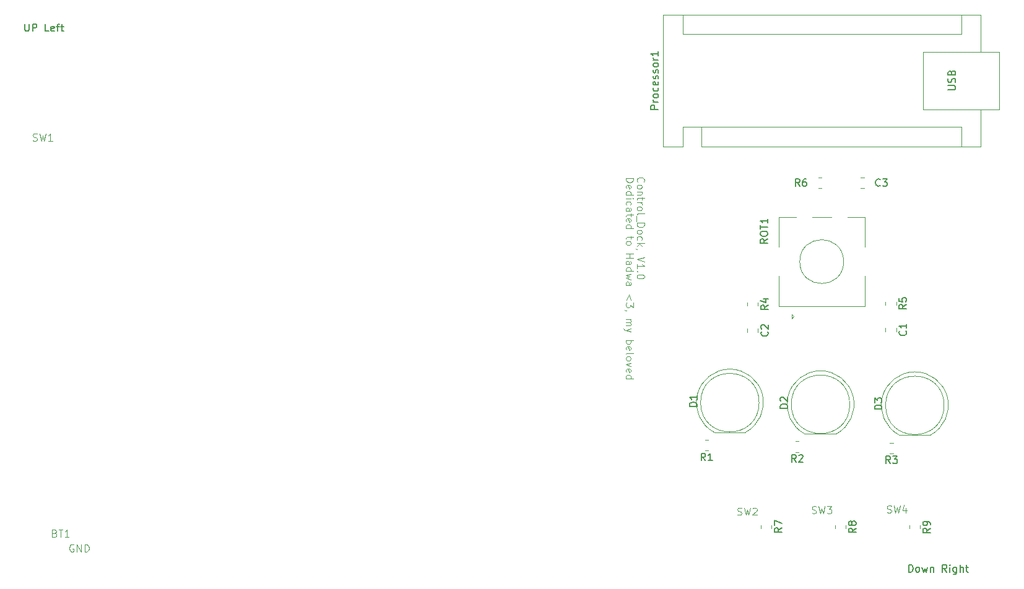
<source format=gbr>
%TF.GenerationSoftware,KiCad,Pcbnew,9.0.0*%
%TF.CreationDate,2025-10-26T20:42:14-07:00*%
%TF.ProjectId,Control_Dock,436f6e74-726f-46c5-9f44-6f636b2e6b69,1.0*%
%TF.SameCoordinates,Original*%
%TF.FileFunction,Legend,Top*%
%TF.FilePolarity,Positive*%
%FSLAX46Y46*%
G04 Gerber Fmt 4.6, Leading zero omitted, Abs format (unit mm)*
G04 Created by KiCad (PCBNEW 9.0.0) date 2025-10-26 20:42:14*
%MOMM*%
%LPD*%
G01*
G04 APERTURE LIST*
%ADD10C,0.100000*%
%ADD11C,0.150000*%
%ADD12C,0.120000*%
G04 APERTURE END LIST*
D10*
X130677580Y-76853884D02*
X131677580Y-76853884D01*
X131677580Y-76853884D02*
X131677580Y-77091979D01*
X131677580Y-77091979D02*
X131629961Y-77234836D01*
X131629961Y-77234836D02*
X131534723Y-77330074D01*
X131534723Y-77330074D02*
X131439485Y-77377693D01*
X131439485Y-77377693D02*
X131249009Y-77425312D01*
X131249009Y-77425312D02*
X131106152Y-77425312D01*
X131106152Y-77425312D02*
X130915676Y-77377693D01*
X130915676Y-77377693D02*
X130820438Y-77330074D01*
X130820438Y-77330074D02*
X130725200Y-77234836D01*
X130725200Y-77234836D02*
X130677580Y-77091979D01*
X130677580Y-77091979D02*
X130677580Y-76853884D01*
X130725200Y-78234836D02*
X130677580Y-78139598D01*
X130677580Y-78139598D02*
X130677580Y-77949122D01*
X130677580Y-77949122D02*
X130725200Y-77853884D01*
X130725200Y-77853884D02*
X130820438Y-77806265D01*
X130820438Y-77806265D02*
X131201390Y-77806265D01*
X131201390Y-77806265D02*
X131296628Y-77853884D01*
X131296628Y-77853884D02*
X131344247Y-77949122D01*
X131344247Y-77949122D02*
X131344247Y-78139598D01*
X131344247Y-78139598D02*
X131296628Y-78234836D01*
X131296628Y-78234836D02*
X131201390Y-78282455D01*
X131201390Y-78282455D02*
X131106152Y-78282455D01*
X131106152Y-78282455D02*
X131010914Y-77806265D01*
X130677580Y-79139598D02*
X131677580Y-79139598D01*
X130725200Y-79139598D02*
X130677580Y-79044360D01*
X130677580Y-79044360D02*
X130677580Y-78853884D01*
X130677580Y-78853884D02*
X130725200Y-78758646D01*
X130725200Y-78758646D02*
X130772819Y-78711027D01*
X130772819Y-78711027D02*
X130868057Y-78663408D01*
X130868057Y-78663408D02*
X131153771Y-78663408D01*
X131153771Y-78663408D02*
X131249009Y-78711027D01*
X131249009Y-78711027D02*
X131296628Y-78758646D01*
X131296628Y-78758646D02*
X131344247Y-78853884D01*
X131344247Y-78853884D02*
X131344247Y-79044360D01*
X131344247Y-79044360D02*
X131296628Y-79139598D01*
X130677580Y-79615789D02*
X131344247Y-79615789D01*
X131677580Y-79615789D02*
X131629961Y-79568170D01*
X131629961Y-79568170D02*
X131582342Y-79615789D01*
X131582342Y-79615789D02*
X131629961Y-79663408D01*
X131629961Y-79663408D02*
X131677580Y-79615789D01*
X131677580Y-79615789D02*
X131582342Y-79615789D01*
X130725200Y-80520550D02*
X130677580Y-80425312D01*
X130677580Y-80425312D02*
X130677580Y-80234836D01*
X130677580Y-80234836D02*
X130725200Y-80139598D01*
X130725200Y-80139598D02*
X130772819Y-80091979D01*
X130772819Y-80091979D02*
X130868057Y-80044360D01*
X130868057Y-80044360D02*
X131153771Y-80044360D01*
X131153771Y-80044360D02*
X131249009Y-80091979D01*
X131249009Y-80091979D02*
X131296628Y-80139598D01*
X131296628Y-80139598D02*
X131344247Y-80234836D01*
X131344247Y-80234836D02*
X131344247Y-80425312D01*
X131344247Y-80425312D02*
X131296628Y-80520550D01*
X130677580Y-81377693D02*
X131201390Y-81377693D01*
X131201390Y-81377693D02*
X131296628Y-81330074D01*
X131296628Y-81330074D02*
X131344247Y-81234836D01*
X131344247Y-81234836D02*
X131344247Y-81044360D01*
X131344247Y-81044360D02*
X131296628Y-80949122D01*
X130725200Y-81377693D02*
X130677580Y-81282455D01*
X130677580Y-81282455D02*
X130677580Y-81044360D01*
X130677580Y-81044360D02*
X130725200Y-80949122D01*
X130725200Y-80949122D02*
X130820438Y-80901503D01*
X130820438Y-80901503D02*
X130915676Y-80901503D01*
X130915676Y-80901503D02*
X131010914Y-80949122D01*
X131010914Y-80949122D02*
X131058533Y-81044360D01*
X131058533Y-81044360D02*
X131058533Y-81282455D01*
X131058533Y-81282455D02*
X131106152Y-81377693D01*
X131344247Y-81711027D02*
X131344247Y-82091979D01*
X131677580Y-81853884D02*
X130820438Y-81853884D01*
X130820438Y-81853884D02*
X130725200Y-81901503D01*
X130725200Y-81901503D02*
X130677580Y-81996741D01*
X130677580Y-81996741D02*
X130677580Y-82091979D01*
X130725200Y-82806265D02*
X130677580Y-82711027D01*
X130677580Y-82711027D02*
X130677580Y-82520551D01*
X130677580Y-82520551D02*
X130725200Y-82425313D01*
X130725200Y-82425313D02*
X130820438Y-82377694D01*
X130820438Y-82377694D02*
X131201390Y-82377694D01*
X131201390Y-82377694D02*
X131296628Y-82425313D01*
X131296628Y-82425313D02*
X131344247Y-82520551D01*
X131344247Y-82520551D02*
X131344247Y-82711027D01*
X131344247Y-82711027D02*
X131296628Y-82806265D01*
X131296628Y-82806265D02*
X131201390Y-82853884D01*
X131201390Y-82853884D02*
X131106152Y-82853884D01*
X131106152Y-82853884D02*
X131010914Y-82377694D01*
X130677580Y-83711027D02*
X131677580Y-83711027D01*
X130725200Y-83711027D02*
X130677580Y-83615789D01*
X130677580Y-83615789D02*
X130677580Y-83425313D01*
X130677580Y-83425313D02*
X130725200Y-83330075D01*
X130725200Y-83330075D02*
X130772819Y-83282456D01*
X130772819Y-83282456D02*
X130868057Y-83234837D01*
X130868057Y-83234837D02*
X131153771Y-83234837D01*
X131153771Y-83234837D02*
X131249009Y-83282456D01*
X131249009Y-83282456D02*
X131296628Y-83330075D01*
X131296628Y-83330075D02*
X131344247Y-83425313D01*
X131344247Y-83425313D02*
X131344247Y-83615789D01*
X131344247Y-83615789D02*
X131296628Y-83711027D01*
X131344247Y-84806266D02*
X131344247Y-85187218D01*
X131677580Y-84949123D02*
X130820438Y-84949123D01*
X130820438Y-84949123D02*
X130725200Y-84996742D01*
X130725200Y-84996742D02*
X130677580Y-85091980D01*
X130677580Y-85091980D02*
X130677580Y-85187218D01*
X130677580Y-85663409D02*
X130725200Y-85568171D01*
X130725200Y-85568171D02*
X130772819Y-85520552D01*
X130772819Y-85520552D02*
X130868057Y-85472933D01*
X130868057Y-85472933D02*
X131153771Y-85472933D01*
X131153771Y-85472933D02*
X131249009Y-85520552D01*
X131249009Y-85520552D02*
X131296628Y-85568171D01*
X131296628Y-85568171D02*
X131344247Y-85663409D01*
X131344247Y-85663409D02*
X131344247Y-85806266D01*
X131344247Y-85806266D02*
X131296628Y-85901504D01*
X131296628Y-85901504D02*
X131249009Y-85949123D01*
X131249009Y-85949123D02*
X131153771Y-85996742D01*
X131153771Y-85996742D02*
X130868057Y-85996742D01*
X130868057Y-85996742D02*
X130772819Y-85949123D01*
X130772819Y-85949123D02*
X130725200Y-85901504D01*
X130725200Y-85901504D02*
X130677580Y-85806266D01*
X130677580Y-85806266D02*
X130677580Y-85663409D01*
X130677580Y-87187219D02*
X131677580Y-87187219D01*
X131201390Y-87187219D02*
X131201390Y-87758647D01*
X130677580Y-87758647D02*
X131677580Y-87758647D01*
X130677580Y-88663409D02*
X131201390Y-88663409D01*
X131201390Y-88663409D02*
X131296628Y-88615790D01*
X131296628Y-88615790D02*
X131344247Y-88520552D01*
X131344247Y-88520552D02*
X131344247Y-88330076D01*
X131344247Y-88330076D02*
X131296628Y-88234838D01*
X130725200Y-88663409D02*
X130677580Y-88568171D01*
X130677580Y-88568171D02*
X130677580Y-88330076D01*
X130677580Y-88330076D02*
X130725200Y-88234838D01*
X130725200Y-88234838D02*
X130820438Y-88187219D01*
X130820438Y-88187219D02*
X130915676Y-88187219D01*
X130915676Y-88187219D02*
X131010914Y-88234838D01*
X131010914Y-88234838D02*
X131058533Y-88330076D01*
X131058533Y-88330076D02*
X131058533Y-88568171D01*
X131058533Y-88568171D02*
X131106152Y-88663409D01*
X130677580Y-89568171D02*
X131677580Y-89568171D01*
X130725200Y-89568171D02*
X130677580Y-89472933D01*
X130677580Y-89472933D02*
X130677580Y-89282457D01*
X130677580Y-89282457D02*
X130725200Y-89187219D01*
X130725200Y-89187219D02*
X130772819Y-89139600D01*
X130772819Y-89139600D02*
X130868057Y-89091981D01*
X130868057Y-89091981D02*
X131153771Y-89091981D01*
X131153771Y-89091981D02*
X131249009Y-89139600D01*
X131249009Y-89139600D02*
X131296628Y-89187219D01*
X131296628Y-89187219D02*
X131344247Y-89282457D01*
X131344247Y-89282457D02*
X131344247Y-89472933D01*
X131344247Y-89472933D02*
X131296628Y-89568171D01*
X131344247Y-89949124D02*
X130677580Y-90139600D01*
X130677580Y-90139600D02*
X131153771Y-90330076D01*
X131153771Y-90330076D02*
X130677580Y-90520552D01*
X130677580Y-90520552D02*
X131344247Y-90711028D01*
X130677580Y-91520552D02*
X131201390Y-91520552D01*
X131201390Y-91520552D02*
X131296628Y-91472933D01*
X131296628Y-91472933D02*
X131344247Y-91377695D01*
X131344247Y-91377695D02*
X131344247Y-91187219D01*
X131344247Y-91187219D02*
X131296628Y-91091981D01*
X130725200Y-91520552D02*
X130677580Y-91425314D01*
X130677580Y-91425314D02*
X130677580Y-91187219D01*
X130677580Y-91187219D02*
X130725200Y-91091981D01*
X130725200Y-91091981D02*
X130820438Y-91044362D01*
X130820438Y-91044362D02*
X130915676Y-91044362D01*
X130915676Y-91044362D02*
X131010914Y-91091981D01*
X131010914Y-91091981D02*
X131058533Y-91187219D01*
X131058533Y-91187219D02*
X131058533Y-91425314D01*
X131058533Y-91425314D02*
X131106152Y-91520552D01*
X131344247Y-93520553D02*
X131058533Y-92758648D01*
X131058533Y-92758648D02*
X130772819Y-93520553D01*
X131677580Y-93901505D02*
X131677580Y-94520552D01*
X131677580Y-94520552D02*
X131296628Y-94187219D01*
X131296628Y-94187219D02*
X131296628Y-94330076D01*
X131296628Y-94330076D02*
X131249009Y-94425314D01*
X131249009Y-94425314D02*
X131201390Y-94472933D01*
X131201390Y-94472933D02*
X131106152Y-94520552D01*
X131106152Y-94520552D02*
X130868057Y-94520552D01*
X130868057Y-94520552D02*
X130772819Y-94472933D01*
X130772819Y-94472933D02*
X130725200Y-94425314D01*
X130725200Y-94425314D02*
X130677580Y-94330076D01*
X130677580Y-94330076D02*
X130677580Y-94044362D01*
X130677580Y-94044362D02*
X130725200Y-93949124D01*
X130725200Y-93949124D02*
X130772819Y-93901505D01*
X130725200Y-94996743D02*
X130677580Y-94996743D01*
X130677580Y-94996743D02*
X130582342Y-94949124D01*
X130582342Y-94949124D02*
X130534723Y-94901505D01*
X130677580Y-96187219D02*
X131344247Y-96187219D01*
X131249009Y-96187219D02*
X131296628Y-96234838D01*
X131296628Y-96234838D02*
X131344247Y-96330076D01*
X131344247Y-96330076D02*
X131344247Y-96472933D01*
X131344247Y-96472933D02*
X131296628Y-96568171D01*
X131296628Y-96568171D02*
X131201390Y-96615790D01*
X131201390Y-96615790D02*
X130677580Y-96615790D01*
X131201390Y-96615790D02*
X131296628Y-96663409D01*
X131296628Y-96663409D02*
X131344247Y-96758647D01*
X131344247Y-96758647D02*
X131344247Y-96901504D01*
X131344247Y-96901504D02*
X131296628Y-96996743D01*
X131296628Y-96996743D02*
X131201390Y-97044362D01*
X131201390Y-97044362D02*
X130677580Y-97044362D01*
X131344247Y-97425314D02*
X130677580Y-97663409D01*
X131344247Y-97901504D02*
X130677580Y-97663409D01*
X130677580Y-97663409D02*
X130439485Y-97568171D01*
X130439485Y-97568171D02*
X130391866Y-97520552D01*
X130391866Y-97520552D02*
X130344247Y-97425314D01*
X130677580Y-99044362D02*
X131677580Y-99044362D01*
X131296628Y-99044362D02*
X131344247Y-99139600D01*
X131344247Y-99139600D02*
X131344247Y-99330076D01*
X131344247Y-99330076D02*
X131296628Y-99425314D01*
X131296628Y-99425314D02*
X131249009Y-99472933D01*
X131249009Y-99472933D02*
X131153771Y-99520552D01*
X131153771Y-99520552D02*
X130868057Y-99520552D01*
X130868057Y-99520552D02*
X130772819Y-99472933D01*
X130772819Y-99472933D02*
X130725200Y-99425314D01*
X130725200Y-99425314D02*
X130677580Y-99330076D01*
X130677580Y-99330076D02*
X130677580Y-99139600D01*
X130677580Y-99139600D02*
X130725200Y-99044362D01*
X130725200Y-100330076D02*
X130677580Y-100234838D01*
X130677580Y-100234838D02*
X130677580Y-100044362D01*
X130677580Y-100044362D02*
X130725200Y-99949124D01*
X130725200Y-99949124D02*
X130820438Y-99901505D01*
X130820438Y-99901505D02*
X131201390Y-99901505D01*
X131201390Y-99901505D02*
X131296628Y-99949124D01*
X131296628Y-99949124D02*
X131344247Y-100044362D01*
X131344247Y-100044362D02*
X131344247Y-100234838D01*
X131344247Y-100234838D02*
X131296628Y-100330076D01*
X131296628Y-100330076D02*
X131201390Y-100377695D01*
X131201390Y-100377695D02*
X131106152Y-100377695D01*
X131106152Y-100377695D02*
X131010914Y-99901505D01*
X130677580Y-100949124D02*
X130725200Y-100853886D01*
X130725200Y-100853886D02*
X130820438Y-100806267D01*
X130820438Y-100806267D02*
X131677580Y-100806267D01*
X130677580Y-101472934D02*
X130725200Y-101377696D01*
X130725200Y-101377696D02*
X130772819Y-101330077D01*
X130772819Y-101330077D02*
X130868057Y-101282458D01*
X130868057Y-101282458D02*
X131153771Y-101282458D01*
X131153771Y-101282458D02*
X131249009Y-101330077D01*
X131249009Y-101330077D02*
X131296628Y-101377696D01*
X131296628Y-101377696D02*
X131344247Y-101472934D01*
X131344247Y-101472934D02*
X131344247Y-101615791D01*
X131344247Y-101615791D02*
X131296628Y-101711029D01*
X131296628Y-101711029D02*
X131249009Y-101758648D01*
X131249009Y-101758648D02*
X131153771Y-101806267D01*
X131153771Y-101806267D02*
X130868057Y-101806267D01*
X130868057Y-101806267D02*
X130772819Y-101758648D01*
X130772819Y-101758648D02*
X130725200Y-101711029D01*
X130725200Y-101711029D02*
X130677580Y-101615791D01*
X130677580Y-101615791D02*
X130677580Y-101472934D01*
X131344247Y-102139601D02*
X130677580Y-102377696D01*
X130677580Y-102377696D02*
X131344247Y-102615791D01*
X130725200Y-103377696D02*
X130677580Y-103282458D01*
X130677580Y-103282458D02*
X130677580Y-103091982D01*
X130677580Y-103091982D02*
X130725200Y-102996744D01*
X130725200Y-102996744D02*
X130820438Y-102949125D01*
X130820438Y-102949125D02*
X131201390Y-102949125D01*
X131201390Y-102949125D02*
X131296628Y-102996744D01*
X131296628Y-102996744D02*
X131344247Y-103091982D01*
X131344247Y-103091982D02*
X131344247Y-103282458D01*
X131344247Y-103282458D02*
X131296628Y-103377696D01*
X131296628Y-103377696D02*
X131201390Y-103425315D01*
X131201390Y-103425315D02*
X131106152Y-103425315D01*
X131106152Y-103425315D02*
X131010914Y-102949125D01*
X130677580Y-104282458D02*
X131677580Y-104282458D01*
X130725200Y-104282458D02*
X130677580Y-104187220D01*
X130677580Y-104187220D02*
X130677580Y-103996744D01*
X130677580Y-103996744D02*
X130725200Y-103901506D01*
X130725200Y-103901506D02*
X130772819Y-103853887D01*
X130772819Y-103853887D02*
X130868057Y-103806268D01*
X130868057Y-103806268D02*
X131153771Y-103806268D01*
X131153771Y-103806268D02*
X131249009Y-103853887D01*
X131249009Y-103853887D02*
X131296628Y-103901506D01*
X131296628Y-103901506D02*
X131344247Y-103996744D01*
X131344247Y-103996744D02*
X131344247Y-104187220D01*
X131344247Y-104187220D02*
X131296628Y-104282458D01*
X132272819Y-77375312D02*
X132225200Y-77327693D01*
X132225200Y-77327693D02*
X132177580Y-77184836D01*
X132177580Y-77184836D02*
X132177580Y-77089598D01*
X132177580Y-77089598D02*
X132225200Y-76946741D01*
X132225200Y-76946741D02*
X132320438Y-76851503D01*
X132320438Y-76851503D02*
X132415676Y-76803884D01*
X132415676Y-76803884D02*
X132606152Y-76756265D01*
X132606152Y-76756265D02*
X132749009Y-76756265D01*
X132749009Y-76756265D02*
X132939485Y-76803884D01*
X132939485Y-76803884D02*
X133034723Y-76851503D01*
X133034723Y-76851503D02*
X133129961Y-76946741D01*
X133129961Y-76946741D02*
X133177580Y-77089598D01*
X133177580Y-77089598D02*
X133177580Y-77184836D01*
X133177580Y-77184836D02*
X133129961Y-77327693D01*
X133129961Y-77327693D02*
X133082342Y-77375312D01*
X132177580Y-77946741D02*
X132225200Y-77851503D01*
X132225200Y-77851503D02*
X132272819Y-77803884D01*
X132272819Y-77803884D02*
X132368057Y-77756265D01*
X132368057Y-77756265D02*
X132653771Y-77756265D01*
X132653771Y-77756265D02*
X132749009Y-77803884D01*
X132749009Y-77803884D02*
X132796628Y-77851503D01*
X132796628Y-77851503D02*
X132844247Y-77946741D01*
X132844247Y-77946741D02*
X132844247Y-78089598D01*
X132844247Y-78089598D02*
X132796628Y-78184836D01*
X132796628Y-78184836D02*
X132749009Y-78232455D01*
X132749009Y-78232455D02*
X132653771Y-78280074D01*
X132653771Y-78280074D02*
X132368057Y-78280074D01*
X132368057Y-78280074D02*
X132272819Y-78232455D01*
X132272819Y-78232455D02*
X132225200Y-78184836D01*
X132225200Y-78184836D02*
X132177580Y-78089598D01*
X132177580Y-78089598D02*
X132177580Y-77946741D01*
X132844247Y-78708646D02*
X132177580Y-78708646D01*
X132749009Y-78708646D02*
X132796628Y-78756265D01*
X132796628Y-78756265D02*
X132844247Y-78851503D01*
X132844247Y-78851503D02*
X132844247Y-78994360D01*
X132844247Y-78994360D02*
X132796628Y-79089598D01*
X132796628Y-79089598D02*
X132701390Y-79137217D01*
X132701390Y-79137217D02*
X132177580Y-79137217D01*
X132844247Y-79470551D02*
X132844247Y-79851503D01*
X133177580Y-79613408D02*
X132320438Y-79613408D01*
X132320438Y-79613408D02*
X132225200Y-79661027D01*
X132225200Y-79661027D02*
X132177580Y-79756265D01*
X132177580Y-79756265D02*
X132177580Y-79851503D01*
X132177580Y-80184837D02*
X132844247Y-80184837D01*
X132653771Y-80184837D02*
X132749009Y-80232456D01*
X132749009Y-80232456D02*
X132796628Y-80280075D01*
X132796628Y-80280075D02*
X132844247Y-80375313D01*
X132844247Y-80375313D02*
X132844247Y-80470551D01*
X132177580Y-80946742D02*
X132225200Y-80851504D01*
X132225200Y-80851504D02*
X132272819Y-80803885D01*
X132272819Y-80803885D02*
X132368057Y-80756266D01*
X132368057Y-80756266D02*
X132653771Y-80756266D01*
X132653771Y-80756266D02*
X132749009Y-80803885D01*
X132749009Y-80803885D02*
X132796628Y-80851504D01*
X132796628Y-80851504D02*
X132844247Y-80946742D01*
X132844247Y-80946742D02*
X132844247Y-81089599D01*
X132844247Y-81089599D02*
X132796628Y-81184837D01*
X132796628Y-81184837D02*
X132749009Y-81232456D01*
X132749009Y-81232456D02*
X132653771Y-81280075D01*
X132653771Y-81280075D02*
X132368057Y-81280075D01*
X132368057Y-81280075D02*
X132272819Y-81232456D01*
X132272819Y-81232456D02*
X132225200Y-81184837D01*
X132225200Y-81184837D02*
X132177580Y-81089599D01*
X132177580Y-81089599D02*
X132177580Y-80946742D01*
X132177580Y-81851504D02*
X132225200Y-81756266D01*
X132225200Y-81756266D02*
X132320438Y-81708647D01*
X132320438Y-81708647D02*
X133177580Y-81708647D01*
X132082342Y-81994362D02*
X132082342Y-82756266D01*
X132177580Y-82994362D02*
X133177580Y-82994362D01*
X133177580Y-82994362D02*
X133177580Y-83232457D01*
X133177580Y-83232457D02*
X133129961Y-83375314D01*
X133129961Y-83375314D02*
X133034723Y-83470552D01*
X133034723Y-83470552D02*
X132939485Y-83518171D01*
X132939485Y-83518171D02*
X132749009Y-83565790D01*
X132749009Y-83565790D02*
X132606152Y-83565790D01*
X132606152Y-83565790D02*
X132415676Y-83518171D01*
X132415676Y-83518171D02*
X132320438Y-83470552D01*
X132320438Y-83470552D02*
X132225200Y-83375314D01*
X132225200Y-83375314D02*
X132177580Y-83232457D01*
X132177580Y-83232457D02*
X132177580Y-82994362D01*
X132177580Y-84137219D02*
X132225200Y-84041981D01*
X132225200Y-84041981D02*
X132272819Y-83994362D01*
X132272819Y-83994362D02*
X132368057Y-83946743D01*
X132368057Y-83946743D02*
X132653771Y-83946743D01*
X132653771Y-83946743D02*
X132749009Y-83994362D01*
X132749009Y-83994362D02*
X132796628Y-84041981D01*
X132796628Y-84041981D02*
X132844247Y-84137219D01*
X132844247Y-84137219D02*
X132844247Y-84280076D01*
X132844247Y-84280076D02*
X132796628Y-84375314D01*
X132796628Y-84375314D02*
X132749009Y-84422933D01*
X132749009Y-84422933D02*
X132653771Y-84470552D01*
X132653771Y-84470552D02*
X132368057Y-84470552D01*
X132368057Y-84470552D02*
X132272819Y-84422933D01*
X132272819Y-84422933D02*
X132225200Y-84375314D01*
X132225200Y-84375314D02*
X132177580Y-84280076D01*
X132177580Y-84280076D02*
X132177580Y-84137219D01*
X132225200Y-85327695D02*
X132177580Y-85232457D01*
X132177580Y-85232457D02*
X132177580Y-85041981D01*
X132177580Y-85041981D02*
X132225200Y-84946743D01*
X132225200Y-84946743D02*
X132272819Y-84899124D01*
X132272819Y-84899124D02*
X132368057Y-84851505D01*
X132368057Y-84851505D02*
X132653771Y-84851505D01*
X132653771Y-84851505D02*
X132749009Y-84899124D01*
X132749009Y-84899124D02*
X132796628Y-84946743D01*
X132796628Y-84946743D02*
X132844247Y-85041981D01*
X132844247Y-85041981D02*
X132844247Y-85232457D01*
X132844247Y-85232457D02*
X132796628Y-85327695D01*
X132177580Y-85756267D02*
X133177580Y-85756267D01*
X132558533Y-85851505D02*
X132177580Y-86137219D01*
X132844247Y-86137219D02*
X132463295Y-85756267D01*
X132225200Y-86613410D02*
X132177580Y-86613410D01*
X132177580Y-86613410D02*
X132082342Y-86565791D01*
X132082342Y-86565791D02*
X132034723Y-86518172D01*
X133177580Y-87661029D02*
X132177580Y-87994362D01*
X132177580Y-87994362D02*
X133177580Y-88327695D01*
X132177580Y-89184838D02*
X132177580Y-88613410D01*
X132177580Y-88899124D02*
X133177580Y-88899124D01*
X133177580Y-88899124D02*
X133034723Y-88803886D01*
X133034723Y-88803886D02*
X132939485Y-88708648D01*
X132939485Y-88708648D02*
X132891866Y-88613410D01*
X132272819Y-89613410D02*
X132225200Y-89661029D01*
X132225200Y-89661029D02*
X132177580Y-89613410D01*
X132177580Y-89613410D02*
X132225200Y-89565791D01*
X132225200Y-89565791D02*
X132272819Y-89613410D01*
X132272819Y-89613410D02*
X132177580Y-89613410D01*
X133177580Y-90280076D02*
X133177580Y-90375314D01*
X133177580Y-90375314D02*
X133129961Y-90470552D01*
X133129961Y-90470552D02*
X133082342Y-90518171D01*
X133082342Y-90518171D02*
X132987104Y-90565790D01*
X132987104Y-90565790D02*
X132796628Y-90613409D01*
X132796628Y-90613409D02*
X132558533Y-90613409D01*
X132558533Y-90613409D02*
X132368057Y-90565790D01*
X132368057Y-90565790D02*
X132272819Y-90518171D01*
X132272819Y-90518171D02*
X132225200Y-90470552D01*
X132225200Y-90470552D02*
X132177580Y-90375314D01*
X132177580Y-90375314D02*
X132177580Y-90280076D01*
X132177580Y-90280076D02*
X132225200Y-90184838D01*
X132225200Y-90184838D02*
X132272819Y-90137219D01*
X132272819Y-90137219D02*
X132368057Y-90089600D01*
X132368057Y-90089600D02*
X132558533Y-90041981D01*
X132558533Y-90041981D02*
X132796628Y-90041981D01*
X132796628Y-90041981D02*
X132987104Y-90089600D01*
X132987104Y-90089600D02*
X133082342Y-90137219D01*
X133082342Y-90137219D02*
X133129961Y-90184838D01*
X133129961Y-90184838D02*
X133177580Y-90280076D01*
X55127693Y-127020038D02*
X55032455Y-126972419D01*
X55032455Y-126972419D02*
X54889598Y-126972419D01*
X54889598Y-126972419D02*
X54746741Y-127020038D01*
X54746741Y-127020038D02*
X54651503Y-127115276D01*
X54651503Y-127115276D02*
X54603884Y-127210514D01*
X54603884Y-127210514D02*
X54556265Y-127400990D01*
X54556265Y-127400990D02*
X54556265Y-127543847D01*
X54556265Y-127543847D02*
X54603884Y-127734323D01*
X54603884Y-127734323D02*
X54651503Y-127829561D01*
X54651503Y-127829561D02*
X54746741Y-127924800D01*
X54746741Y-127924800D02*
X54889598Y-127972419D01*
X54889598Y-127972419D02*
X54984836Y-127972419D01*
X54984836Y-127972419D02*
X55127693Y-127924800D01*
X55127693Y-127924800D02*
X55175312Y-127877180D01*
X55175312Y-127877180D02*
X55175312Y-127543847D01*
X55175312Y-127543847D02*
X54984836Y-127543847D01*
X55603884Y-127972419D02*
X55603884Y-126972419D01*
X55603884Y-126972419D02*
X56175312Y-127972419D01*
X56175312Y-127972419D02*
X56175312Y-126972419D01*
X56651503Y-127972419D02*
X56651503Y-126972419D01*
X56651503Y-126972419D02*
X56889598Y-126972419D01*
X56889598Y-126972419D02*
X57032455Y-127020038D01*
X57032455Y-127020038D02*
X57127693Y-127115276D01*
X57127693Y-127115276D02*
X57175312Y-127210514D01*
X57175312Y-127210514D02*
X57222931Y-127400990D01*
X57222931Y-127400990D02*
X57222931Y-127543847D01*
X57222931Y-127543847D02*
X57175312Y-127734323D01*
X57175312Y-127734323D02*
X57127693Y-127829561D01*
X57127693Y-127829561D02*
X57032455Y-127924800D01*
X57032455Y-127924800D02*
X56889598Y-127972419D01*
X56889598Y-127972419D02*
X56651503Y-127972419D01*
D11*
X169350000Y-130754819D02*
X169350000Y-129754819D01*
X169350000Y-129754819D02*
X169588095Y-129754819D01*
X169588095Y-129754819D02*
X169730952Y-129802438D01*
X169730952Y-129802438D02*
X169826190Y-129897676D01*
X169826190Y-129897676D02*
X169873809Y-129992914D01*
X169873809Y-129992914D02*
X169921428Y-130183390D01*
X169921428Y-130183390D02*
X169921428Y-130326247D01*
X169921428Y-130326247D02*
X169873809Y-130516723D01*
X169873809Y-130516723D02*
X169826190Y-130611961D01*
X169826190Y-130611961D02*
X169730952Y-130707200D01*
X169730952Y-130707200D02*
X169588095Y-130754819D01*
X169588095Y-130754819D02*
X169350000Y-130754819D01*
X170492857Y-130754819D02*
X170397619Y-130707200D01*
X170397619Y-130707200D02*
X170350000Y-130659580D01*
X170350000Y-130659580D02*
X170302381Y-130564342D01*
X170302381Y-130564342D02*
X170302381Y-130278628D01*
X170302381Y-130278628D02*
X170350000Y-130183390D01*
X170350000Y-130183390D02*
X170397619Y-130135771D01*
X170397619Y-130135771D02*
X170492857Y-130088152D01*
X170492857Y-130088152D02*
X170635714Y-130088152D01*
X170635714Y-130088152D02*
X170730952Y-130135771D01*
X170730952Y-130135771D02*
X170778571Y-130183390D01*
X170778571Y-130183390D02*
X170826190Y-130278628D01*
X170826190Y-130278628D02*
X170826190Y-130564342D01*
X170826190Y-130564342D02*
X170778571Y-130659580D01*
X170778571Y-130659580D02*
X170730952Y-130707200D01*
X170730952Y-130707200D02*
X170635714Y-130754819D01*
X170635714Y-130754819D02*
X170492857Y-130754819D01*
X171159524Y-130088152D02*
X171350000Y-130754819D01*
X171350000Y-130754819D02*
X171540476Y-130278628D01*
X171540476Y-130278628D02*
X171730952Y-130754819D01*
X171730952Y-130754819D02*
X171921428Y-130088152D01*
X172302381Y-130088152D02*
X172302381Y-130754819D01*
X172302381Y-130183390D02*
X172350000Y-130135771D01*
X172350000Y-130135771D02*
X172445238Y-130088152D01*
X172445238Y-130088152D02*
X172588095Y-130088152D01*
X172588095Y-130088152D02*
X172683333Y-130135771D01*
X172683333Y-130135771D02*
X172730952Y-130231009D01*
X172730952Y-130231009D02*
X172730952Y-130754819D01*
X174540476Y-130754819D02*
X174207143Y-130278628D01*
X173969048Y-130754819D02*
X173969048Y-129754819D01*
X173969048Y-129754819D02*
X174350000Y-129754819D01*
X174350000Y-129754819D02*
X174445238Y-129802438D01*
X174445238Y-129802438D02*
X174492857Y-129850057D01*
X174492857Y-129850057D02*
X174540476Y-129945295D01*
X174540476Y-129945295D02*
X174540476Y-130088152D01*
X174540476Y-130088152D02*
X174492857Y-130183390D01*
X174492857Y-130183390D02*
X174445238Y-130231009D01*
X174445238Y-130231009D02*
X174350000Y-130278628D01*
X174350000Y-130278628D02*
X173969048Y-130278628D01*
X174969048Y-130754819D02*
X174969048Y-130088152D01*
X174969048Y-129754819D02*
X174921429Y-129802438D01*
X174921429Y-129802438D02*
X174969048Y-129850057D01*
X174969048Y-129850057D02*
X175016667Y-129802438D01*
X175016667Y-129802438D02*
X174969048Y-129754819D01*
X174969048Y-129754819D02*
X174969048Y-129850057D01*
X175873809Y-130088152D02*
X175873809Y-130897676D01*
X175873809Y-130897676D02*
X175826190Y-130992914D01*
X175826190Y-130992914D02*
X175778571Y-131040533D01*
X175778571Y-131040533D02*
X175683333Y-131088152D01*
X175683333Y-131088152D02*
X175540476Y-131088152D01*
X175540476Y-131088152D02*
X175445238Y-131040533D01*
X175873809Y-130707200D02*
X175778571Y-130754819D01*
X175778571Y-130754819D02*
X175588095Y-130754819D01*
X175588095Y-130754819D02*
X175492857Y-130707200D01*
X175492857Y-130707200D02*
X175445238Y-130659580D01*
X175445238Y-130659580D02*
X175397619Y-130564342D01*
X175397619Y-130564342D02*
X175397619Y-130278628D01*
X175397619Y-130278628D02*
X175445238Y-130183390D01*
X175445238Y-130183390D02*
X175492857Y-130135771D01*
X175492857Y-130135771D02*
X175588095Y-130088152D01*
X175588095Y-130088152D02*
X175778571Y-130088152D01*
X175778571Y-130088152D02*
X175873809Y-130135771D01*
X176350000Y-130754819D02*
X176350000Y-129754819D01*
X176778571Y-130754819D02*
X176778571Y-130231009D01*
X176778571Y-130231009D02*
X176730952Y-130135771D01*
X176730952Y-130135771D02*
X176635714Y-130088152D01*
X176635714Y-130088152D02*
X176492857Y-130088152D01*
X176492857Y-130088152D02*
X176397619Y-130135771D01*
X176397619Y-130135771D02*
X176350000Y-130183390D01*
X177111905Y-130088152D02*
X177492857Y-130088152D01*
X177254762Y-129754819D02*
X177254762Y-130611961D01*
X177254762Y-130611961D02*
X177302381Y-130707200D01*
X177302381Y-130707200D02*
X177397619Y-130754819D01*
X177397619Y-130754819D02*
X177492857Y-130754819D01*
D10*
X145916667Y-122909800D02*
X146059524Y-122957419D01*
X146059524Y-122957419D02*
X146297619Y-122957419D01*
X146297619Y-122957419D02*
X146392857Y-122909800D01*
X146392857Y-122909800D02*
X146440476Y-122862180D01*
X146440476Y-122862180D02*
X146488095Y-122766942D01*
X146488095Y-122766942D02*
X146488095Y-122671704D01*
X146488095Y-122671704D02*
X146440476Y-122576466D01*
X146440476Y-122576466D02*
X146392857Y-122528847D01*
X146392857Y-122528847D02*
X146297619Y-122481228D01*
X146297619Y-122481228D02*
X146107143Y-122433609D01*
X146107143Y-122433609D02*
X146011905Y-122385990D01*
X146011905Y-122385990D02*
X145964286Y-122338371D01*
X145964286Y-122338371D02*
X145916667Y-122243133D01*
X145916667Y-122243133D02*
X145916667Y-122147895D01*
X145916667Y-122147895D02*
X145964286Y-122052657D01*
X145964286Y-122052657D02*
X146011905Y-122005038D01*
X146011905Y-122005038D02*
X146107143Y-121957419D01*
X146107143Y-121957419D02*
X146345238Y-121957419D01*
X146345238Y-121957419D02*
X146488095Y-122005038D01*
X146821429Y-121957419D02*
X147059524Y-122957419D01*
X147059524Y-122957419D02*
X147250000Y-122243133D01*
X147250000Y-122243133D02*
X147440476Y-122957419D01*
X147440476Y-122957419D02*
X147678572Y-121957419D01*
X148011905Y-122052657D02*
X148059524Y-122005038D01*
X148059524Y-122005038D02*
X148154762Y-121957419D01*
X148154762Y-121957419D02*
X148392857Y-121957419D01*
X148392857Y-121957419D02*
X148488095Y-122005038D01*
X148488095Y-122005038D02*
X148535714Y-122052657D01*
X148535714Y-122052657D02*
X148583333Y-122147895D01*
X148583333Y-122147895D02*
X148583333Y-122243133D01*
X148583333Y-122243133D02*
X148535714Y-122385990D01*
X148535714Y-122385990D02*
X147964286Y-122957419D01*
X147964286Y-122957419D02*
X148583333Y-122957419D01*
D11*
X172284819Y-124766666D02*
X171808628Y-125099999D01*
X172284819Y-125338094D02*
X171284819Y-125338094D01*
X171284819Y-125338094D02*
X171284819Y-124957142D01*
X171284819Y-124957142D02*
X171332438Y-124861904D01*
X171332438Y-124861904D02*
X171380057Y-124814285D01*
X171380057Y-124814285D02*
X171475295Y-124766666D01*
X171475295Y-124766666D02*
X171618152Y-124766666D01*
X171618152Y-124766666D02*
X171713390Y-124814285D01*
X171713390Y-124814285D02*
X171761009Y-124861904D01*
X171761009Y-124861904D02*
X171808628Y-124957142D01*
X171808628Y-124957142D02*
X171808628Y-125338094D01*
X172284819Y-124290475D02*
X172284819Y-124099999D01*
X172284819Y-124099999D02*
X172237200Y-124004761D01*
X172237200Y-124004761D02*
X172189580Y-123957142D01*
X172189580Y-123957142D02*
X172046723Y-123861904D01*
X172046723Y-123861904D02*
X171856247Y-123814285D01*
X171856247Y-123814285D02*
X171475295Y-123814285D01*
X171475295Y-123814285D02*
X171380057Y-123861904D01*
X171380057Y-123861904D02*
X171332438Y-123909523D01*
X171332438Y-123909523D02*
X171284819Y-124004761D01*
X171284819Y-124004761D02*
X171284819Y-124195237D01*
X171284819Y-124195237D02*
X171332438Y-124290475D01*
X171332438Y-124290475D02*
X171380057Y-124338094D01*
X171380057Y-124338094D02*
X171475295Y-124385713D01*
X171475295Y-124385713D02*
X171713390Y-124385713D01*
X171713390Y-124385713D02*
X171808628Y-124338094D01*
X171808628Y-124338094D02*
X171856247Y-124290475D01*
X171856247Y-124290475D02*
X171903866Y-124195237D01*
X171903866Y-124195237D02*
X171903866Y-124004761D01*
X171903866Y-124004761D02*
X171856247Y-123909523D01*
X171856247Y-123909523D02*
X171808628Y-123861904D01*
X171808628Y-123861904D02*
X171713390Y-123814285D01*
X165433333Y-77859580D02*
X165385714Y-77907200D01*
X165385714Y-77907200D02*
X165242857Y-77954819D01*
X165242857Y-77954819D02*
X165147619Y-77954819D01*
X165147619Y-77954819D02*
X165004762Y-77907200D01*
X165004762Y-77907200D02*
X164909524Y-77811961D01*
X164909524Y-77811961D02*
X164861905Y-77716723D01*
X164861905Y-77716723D02*
X164814286Y-77526247D01*
X164814286Y-77526247D02*
X164814286Y-77383390D01*
X164814286Y-77383390D02*
X164861905Y-77192914D01*
X164861905Y-77192914D02*
X164909524Y-77097676D01*
X164909524Y-77097676D02*
X165004762Y-77002438D01*
X165004762Y-77002438D02*
X165147619Y-76954819D01*
X165147619Y-76954819D02*
X165242857Y-76954819D01*
X165242857Y-76954819D02*
X165385714Y-77002438D01*
X165385714Y-77002438D02*
X165433333Y-77050057D01*
X165766667Y-76954819D02*
X166385714Y-76954819D01*
X166385714Y-76954819D02*
X166052381Y-77335771D01*
X166052381Y-77335771D02*
X166195238Y-77335771D01*
X166195238Y-77335771D02*
X166290476Y-77383390D01*
X166290476Y-77383390D02*
X166338095Y-77431009D01*
X166338095Y-77431009D02*
X166385714Y-77526247D01*
X166385714Y-77526247D02*
X166385714Y-77764342D01*
X166385714Y-77764342D02*
X166338095Y-77859580D01*
X166338095Y-77859580D02*
X166290476Y-77907200D01*
X166290476Y-77907200D02*
X166195238Y-77954819D01*
X166195238Y-77954819D02*
X165909524Y-77954819D01*
X165909524Y-77954819D02*
X165814286Y-77907200D01*
X165814286Y-77907200D02*
X165766667Y-77859580D01*
X154433333Y-77954819D02*
X154100000Y-77478628D01*
X153861905Y-77954819D02*
X153861905Y-76954819D01*
X153861905Y-76954819D02*
X154242857Y-76954819D01*
X154242857Y-76954819D02*
X154338095Y-77002438D01*
X154338095Y-77002438D02*
X154385714Y-77050057D01*
X154385714Y-77050057D02*
X154433333Y-77145295D01*
X154433333Y-77145295D02*
X154433333Y-77288152D01*
X154433333Y-77288152D02*
X154385714Y-77383390D01*
X154385714Y-77383390D02*
X154338095Y-77431009D01*
X154338095Y-77431009D02*
X154242857Y-77478628D01*
X154242857Y-77478628D02*
X153861905Y-77478628D01*
X155290476Y-76954819D02*
X155100000Y-76954819D01*
X155100000Y-76954819D02*
X155004762Y-77002438D01*
X155004762Y-77002438D02*
X154957143Y-77050057D01*
X154957143Y-77050057D02*
X154861905Y-77192914D01*
X154861905Y-77192914D02*
X154814286Y-77383390D01*
X154814286Y-77383390D02*
X154814286Y-77764342D01*
X154814286Y-77764342D02*
X154861905Y-77859580D01*
X154861905Y-77859580D02*
X154909524Y-77907200D01*
X154909524Y-77907200D02*
X155004762Y-77954819D01*
X155004762Y-77954819D02*
X155195238Y-77954819D01*
X155195238Y-77954819D02*
X155290476Y-77907200D01*
X155290476Y-77907200D02*
X155338095Y-77859580D01*
X155338095Y-77859580D02*
X155385714Y-77764342D01*
X155385714Y-77764342D02*
X155385714Y-77526247D01*
X155385714Y-77526247D02*
X155338095Y-77431009D01*
X155338095Y-77431009D02*
X155290476Y-77383390D01*
X155290476Y-77383390D02*
X155195238Y-77335771D01*
X155195238Y-77335771D02*
X155004762Y-77335771D01*
X155004762Y-77335771D02*
X154909524Y-77383390D01*
X154909524Y-77383390D02*
X154861905Y-77431009D01*
X154861905Y-77431009D02*
X154814286Y-77526247D01*
X141533333Y-115504819D02*
X141200000Y-115028628D01*
X140961905Y-115504819D02*
X140961905Y-114504819D01*
X140961905Y-114504819D02*
X141342857Y-114504819D01*
X141342857Y-114504819D02*
X141438095Y-114552438D01*
X141438095Y-114552438D02*
X141485714Y-114600057D01*
X141485714Y-114600057D02*
X141533333Y-114695295D01*
X141533333Y-114695295D02*
X141533333Y-114838152D01*
X141533333Y-114838152D02*
X141485714Y-114933390D01*
X141485714Y-114933390D02*
X141438095Y-114981009D01*
X141438095Y-114981009D02*
X141342857Y-115028628D01*
X141342857Y-115028628D02*
X140961905Y-115028628D01*
X142485714Y-115504819D02*
X141914286Y-115504819D01*
X142200000Y-115504819D02*
X142200000Y-114504819D01*
X142200000Y-114504819D02*
X142104762Y-114647676D01*
X142104762Y-114647676D02*
X142009524Y-114742914D01*
X142009524Y-114742914D02*
X141914286Y-114790533D01*
X140369819Y-108103094D02*
X139369819Y-108103094D01*
X139369819Y-108103094D02*
X139369819Y-107864999D01*
X139369819Y-107864999D02*
X139417438Y-107722142D01*
X139417438Y-107722142D02*
X139512676Y-107626904D01*
X139512676Y-107626904D02*
X139607914Y-107579285D01*
X139607914Y-107579285D02*
X139798390Y-107531666D01*
X139798390Y-107531666D02*
X139941247Y-107531666D01*
X139941247Y-107531666D02*
X140131723Y-107579285D01*
X140131723Y-107579285D02*
X140226961Y-107626904D01*
X140226961Y-107626904D02*
X140322200Y-107722142D01*
X140322200Y-107722142D02*
X140369819Y-107864999D01*
X140369819Y-107864999D02*
X140369819Y-108103094D01*
X140369819Y-106579285D02*
X140369819Y-107150713D01*
X140369819Y-106864999D02*
X139369819Y-106864999D01*
X139369819Y-106864999D02*
X139512676Y-106960237D01*
X139512676Y-106960237D02*
X139607914Y-107055475D01*
X139607914Y-107055475D02*
X139655533Y-107150713D01*
X48478571Y-55754819D02*
X48478571Y-56564342D01*
X48478571Y-56564342D02*
X48526190Y-56659580D01*
X48526190Y-56659580D02*
X48573809Y-56707200D01*
X48573809Y-56707200D02*
X48669047Y-56754819D01*
X48669047Y-56754819D02*
X48859523Y-56754819D01*
X48859523Y-56754819D02*
X48954761Y-56707200D01*
X48954761Y-56707200D02*
X49002380Y-56659580D01*
X49002380Y-56659580D02*
X49049999Y-56564342D01*
X49049999Y-56564342D02*
X49049999Y-55754819D01*
X49526190Y-56754819D02*
X49526190Y-55754819D01*
X49526190Y-55754819D02*
X49907142Y-55754819D01*
X49907142Y-55754819D02*
X50002380Y-55802438D01*
X50002380Y-55802438D02*
X50049999Y-55850057D01*
X50049999Y-55850057D02*
X50097618Y-55945295D01*
X50097618Y-55945295D02*
X50097618Y-56088152D01*
X50097618Y-56088152D02*
X50049999Y-56183390D01*
X50049999Y-56183390D02*
X50002380Y-56231009D01*
X50002380Y-56231009D02*
X49907142Y-56278628D01*
X49907142Y-56278628D02*
X49526190Y-56278628D01*
X51764285Y-56754819D02*
X51288095Y-56754819D01*
X51288095Y-56754819D02*
X51288095Y-55754819D01*
X52478571Y-56707200D02*
X52383333Y-56754819D01*
X52383333Y-56754819D02*
X52192857Y-56754819D01*
X52192857Y-56754819D02*
X52097619Y-56707200D01*
X52097619Y-56707200D02*
X52050000Y-56611961D01*
X52050000Y-56611961D02*
X52050000Y-56231009D01*
X52050000Y-56231009D02*
X52097619Y-56135771D01*
X52097619Y-56135771D02*
X52192857Y-56088152D01*
X52192857Y-56088152D02*
X52383333Y-56088152D01*
X52383333Y-56088152D02*
X52478571Y-56135771D01*
X52478571Y-56135771D02*
X52526190Y-56231009D01*
X52526190Y-56231009D02*
X52526190Y-56326247D01*
X52526190Y-56326247D02*
X52050000Y-56421485D01*
X52811905Y-56088152D02*
X53192857Y-56088152D01*
X52954762Y-56754819D02*
X52954762Y-55897676D01*
X52954762Y-55897676D02*
X53002381Y-55802438D01*
X53002381Y-55802438D02*
X53097619Y-55754819D01*
X53097619Y-55754819D02*
X53192857Y-55754819D01*
X53383334Y-56088152D02*
X53764286Y-56088152D01*
X53526191Y-55754819D02*
X53526191Y-56611961D01*
X53526191Y-56611961D02*
X53573810Y-56707200D01*
X53573810Y-56707200D02*
X53669048Y-56754819D01*
X53669048Y-56754819D02*
X53764286Y-56754819D01*
X153933333Y-115704819D02*
X153600000Y-115228628D01*
X153361905Y-115704819D02*
X153361905Y-114704819D01*
X153361905Y-114704819D02*
X153742857Y-114704819D01*
X153742857Y-114704819D02*
X153838095Y-114752438D01*
X153838095Y-114752438D02*
X153885714Y-114800057D01*
X153885714Y-114800057D02*
X153933333Y-114895295D01*
X153933333Y-114895295D02*
X153933333Y-115038152D01*
X153933333Y-115038152D02*
X153885714Y-115133390D01*
X153885714Y-115133390D02*
X153838095Y-115181009D01*
X153838095Y-115181009D02*
X153742857Y-115228628D01*
X153742857Y-115228628D02*
X153361905Y-115228628D01*
X154314286Y-114800057D02*
X154361905Y-114752438D01*
X154361905Y-114752438D02*
X154457143Y-114704819D01*
X154457143Y-114704819D02*
X154695238Y-114704819D01*
X154695238Y-114704819D02*
X154790476Y-114752438D01*
X154790476Y-114752438D02*
X154838095Y-114800057D01*
X154838095Y-114800057D02*
X154885714Y-114895295D01*
X154885714Y-114895295D02*
X154885714Y-114990533D01*
X154885714Y-114990533D02*
X154838095Y-115133390D01*
X154838095Y-115133390D02*
X154266667Y-115704819D01*
X154266667Y-115704819D02*
X154885714Y-115704819D01*
X150104819Y-94254166D02*
X149628628Y-94587499D01*
X150104819Y-94825594D02*
X149104819Y-94825594D01*
X149104819Y-94825594D02*
X149104819Y-94444642D01*
X149104819Y-94444642D02*
X149152438Y-94349404D01*
X149152438Y-94349404D02*
X149200057Y-94301785D01*
X149200057Y-94301785D02*
X149295295Y-94254166D01*
X149295295Y-94254166D02*
X149438152Y-94254166D01*
X149438152Y-94254166D02*
X149533390Y-94301785D01*
X149533390Y-94301785D02*
X149581009Y-94349404D01*
X149581009Y-94349404D02*
X149628628Y-94444642D01*
X149628628Y-94444642D02*
X149628628Y-94825594D01*
X149438152Y-93397023D02*
X150104819Y-93397023D01*
X149057200Y-93635118D02*
X149771485Y-93873213D01*
X149771485Y-93873213D02*
X149771485Y-93254166D01*
D10*
X166386667Y-122609800D02*
X166529524Y-122657419D01*
X166529524Y-122657419D02*
X166767619Y-122657419D01*
X166767619Y-122657419D02*
X166862857Y-122609800D01*
X166862857Y-122609800D02*
X166910476Y-122562180D01*
X166910476Y-122562180D02*
X166958095Y-122466942D01*
X166958095Y-122466942D02*
X166958095Y-122371704D01*
X166958095Y-122371704D02*
X166910476Y-122276466D01*
X166910476Y-122276466D02*
X166862857Y-122228847D01*
X166862857Y-122228847D02*
X166767619Y-122181228D01*
X166767619Y-122181228D02*
X166577143Y-122133609D01*
X166577143Y-122133609D02*
X166481905Y-122085990D01*
X166481905Y-122085990D02*
X166434286Y-122038371D01*
X166434286Y-122038371D02*
X166386667Y-121943133D01*
X166386667Y-121943133D02*
X166386667Y-121847895D01*
X166386667Y-121847895D02*
X166434286Y-121752657D01*
X166434286Y-121752657D02*
X166481905Y-121705038D01*
X166481905Y-121705038D02*
X166577143Y-121657419D01*
X166577143Y-121657419D02*
X166815238Y-121657419D01*
X166815238Y-121657419D02*
X166958095Y-121705038D01*
X167291429Y-121657419D02*
X167529524Y-122657419D01*
X167529524Y-122657419D02*
X167720000Y-121943133D01*
X167720000Y-121943133D02*
X167910476Y-122657419D01*
X167910476Y-122657419D02*
X168148572Y-121657419D01*
X168958095Y-121990752D02*
X168958095Y-122657419D01*
X168720000Y-121609800D02*
X168481905Y-122324085D01*
X168481905Y-122324085D02*
X169100952Y-122324085D01*
D11*
X150039580Y-97866666D02*
X150087200Y-97914285D01*
X150087200Y-97914285D02*
X150134819Y-98057142D01*
X150134819Y-98057142D02*
X150134819Y-98152380D01*
X150134819Y-98152380D02*
X150087200Y-98295237D01*
X150087200Y-98295237D02*
X149991961Y-98390475D01*
X149991961Y-98390475D02*
X149896723Y-98438094D01*
X149896723Y-98438094D02*
X149706247Y-98485713D01*
X149706247Y-98485713D02*
X149563390Y-98485713D01*
X149563390Y-98485713D02*
X149372914Y-98438094D01*
X149372914Y-98438094D02*
X149277676Y-98390475D01*
X149277676Y-98390475D02*
X149182438Y-98295237D01*
X149182438Y-98295237D02*
X149134819Y-98152380D01*
X149134819Y-98152380D02*
X149134819Y-98057142D01*
X149134819Y-98057142D02*
X149182438Y-97914285D01*
X149182438Y-97914285D02*
X149230057Y-97866666D01*
X149230057Y-97485713D02*
X149182438Y-97438094D01*
X149182438Y-97438094D02*
X149134819Y-97342856D01*
X149134819Y-97342856D02*
X149134819Y-97104761D01*
X149134819Y-97104761D02*
X149182438Y-97009523D01*
X149182438Y-97009523D02*
X149230057Y-96961904D01*
X149230057Y-96961904D02*
X149325295Y-96914285D01*
X149325295Y-96914285D02*
X149420533Y-96914285D01*
X149420533Y-96914285D02*
X149563390Y-96961904D01*
X149563390Y-96961904D02*
X150134819Y-97533332D01*
X150134819Y-97533332D02*
X150134819Y-96914285D01*
X165669819Y-108473094D02*
X164669819Y-108473094D01*
X164669819Y-108473094D02*
X164669819Y-108234999D01*
X164669819Y-108234999D02*
X164717438Y-108092142D01*
X164717438Y-108092142D02*
X164812676Y-107996904D01*
X164812676Y-107996904D02*
X164907914Y-107949285D01*
X164907914Y-107949285D02*
X165098390Y-107901666D01*
X165098390Y-107901666D02*
X165241247Y-107901666D01*
X165241247Y-107901666D02*
X165431723Y-107949285D01*
X165431723Y-107949285D02*
X165526961Y-107996904D01*
X165526961Y-107996904D02*
X165622200Y-108092142D01*
X165622200Y-108092142D02*
X165669819Y-108234999D01*
X165669819Y-108234999D02*
X165669819Y-108473094D01*
X164669819Y-107568332D02*
X164669819Y-106949285D01*
X164669819Y-106949285D02*
X165050771Y-107282618D01*
X165050771Y-107282618D02*
X165050771Y-107139761D01*
X165050771Y-107139761D02*
X165098390Y-107044523D01*
X165098390Y-107044523D02*
X165146009Y-106996904D01*
X165146009Y-106996904D02*
X165241247Y-106949285D01*
X165241247Y-106949285D02*
X165479342Y-106949285D01*
X165479342Y-106949285D02*
X165574580Y-106996904D01*
X165574580Y-106996904D02*
X165622200Y-107044523D01*
X165622200Y-107044523D02*
X165669819Y-107139761D01*
X165669819Y-107139761D02*
X165669819Y-107425475D01*
X165669819Y-107425475D02*
X165622200Y-107520713D01*
X165622200Y-107520713D02*
X165574580Y-107568332D01*
D10*
X52554285Y-125433609D02*
X52697142Y-125481228D01*
X52697142Y-125481228D02*
X52744761Y-125528847D01*
X52744761Y-125528847D02*
X52792380Y-125624085D01*
X52792380Y-125624085D02*
X52792380Y-125766942D01*
X52792380Y-125766942D02*
X52744761Y-125862180D01*
X52744761Y-125862180D02*
X52697142Y-125909800D01*
X52697142Y-125909800D02*
X52601904Y-125957419D01*
X52601904Y-125957419D02*
X52220952Y-125957419D01*
X52220952Y-125957419D02*
X52220952Y-124957419D01*
X52220952Y-124957419D02*
X52554285Y-124957419D01*
X52554285Y-124957419D02*
X52649523Y-125005038D01*
X52649523Y-125005038D02*
X52697142Y-125052657D01*
X52697142Y-125052657D02*
X52744761Y-125147895D01*
X52744761Y-125147895D02*
X52744761Y-125243133D01*
X52744761Y-125243133D02*
X52697142Y-125338371D01*
X52697142Y-125338371D02*
X52649523Y-125385990D01*
X52649523Y-125385990D02*
X52554285Y-125433609D01*
X52554285Y-125433609D02*
X52220952Y-125433609D01*
X53078095Y-124957419D02*
X53649523Y-124957419D01*
X53363809Y-125957419D02*
X53363809Y-124957419D01*
X54506666Y-125957419D02*
X53935238Y-125957419D01*
X54220952Y-125957419D02*
X54220952Y-124957419D01*
X54220952Y-124957419D02*
X54125714Y-125100276D01*
X54125714Y-125100276D02*
X54030476Y-125195514D01*
X54030476Y-125195514D02*
X53935238Y-125243133D01*
D11*
X168939580Y-97766666D02*
X168987200Y-97814285D01*
X168987200Y-97814285D02*
X169034819Y-97957142D01*
X169034819Y-97957142D02*
X169034819Y-98052380D01*
X169034819Y-98052380D02*
X168987200Y-98195237D01*
X168987200Y-98195237D02*
X168891961Y-98290475D01*
X168891961Y-98290475D02*
X168796723Y-98338094D01*
X168796723Y-98338094D02*
X168606247Y-98385713D01*
X168606247Y-98385713D02*
X168463390Y-98385713D01*
X168463390Y-98385713D02*
X168272914Y-98338094D01*
X168272914Y-98338094D02*
X168177676Y-98290475D01*
X168177676Y-98290475D02*
X168082438Y-98195237D01*
X168082438Y-98195237D02*
X168034819Y-98052380D01*
X168034819Y-98052380D02*
X168034819Y-97957142D01*
X168034819Y-97957142D02*
X168082438Y-97814285D01*
X168082438Y-97814285D02*
X168130057Y-97766666D01*
X169034819Y-96814285D02*
X169034819Y-97385713D01*
X169034819Y-97099999D02*
X168034819Y-97099999D01*
X168034819Y-97099999D02*
X168177676Y-97195237D01*
X168177676Y-97195237D02*
X168272914Y-97290475D01*
X168272914Y-97290475D02*
X168320533Y-97385713D01*
X152769819Y-108333094D02*
X151769819Y-108333094D01*
X151769819Y-108333094D02*
X151769819Y-108094999D01*
X151769819Y-108094999D02*
X151817438Y-107952142D01*
X151817438Y-107952142D02*
X151912676Y-107856904D01*
X151912676Y-107856904D02*
X152007914Y-107809285D01*
X152007914Y-107809285D02*
X152198390Y-107761666D01*
X152198390Y-107761666D02*
X152341247Y-107761666D01*
X152341247Y-107761666D02*
X152531723Y-107809285D01*
X152531723Y-107809285D02*
X152626961Y-107856904D01*
X152626961Y-107856904D02*
X152722200Y-107952142D01*
X152722200Y-107952142D02*
X152769819Y-108094999D01*
X152769819Y-108094999D02*
X152769819Y-108333094D01*
X151865057Y-107380713D02*
X151817438Y-107333094D01*
X151817438Y-107333094D02*
X151769819Y-107237856D01*
X151769819Y-107237856D02*
X151769819Y-106999761D01*
X151769819Y-106999761D02*
X151817438Y-106904523D01*
X151817438Y-106904523D02*
X151865057Y-106856904D01*
X151865057Y-106856904D02*
X151960295Y-106809285D01*
X151960295Y-106809285D02*
X152055533Y-106809285D01*
X152055533Y-106809285D02*
X152198390Y-106856904D01*
X152198390Y-106856904D02*
X152769819Y-107428332D01*
X152769819Y-107428332D02*
X152769819Y-106809285D01*
X166833333Y-115904819D02*
X166500000Y-115428628D01*
X166261905Y-115904819D02*
X166261905Y-114904819D01*
X166261905Y-114904819D02*
X166642857Y-114904819D01*
X166642857Y-114904819D02*
X166738095Y-114952438D01*
X166738095Y-114952438D02*
X166785714Y-115000057D01*
X166785714Y-115000057D02*
X166833333Y-115095295D01*
X166833333Y-115095295D02*
X166833333Y-115238152D01*
X166833333Y-115238152D02*
X166785714Y-115333390D01*
X166785714Y-115333390D02*
X166738095Y-115381009D01*
X166738095Y-115381009D02*
X166642857Y-115428628D01*
X166642857Y-115428628D02*
X166261905Y-115428628D01*
X167166667Y-114904819D02*
X167785714Y-114904819D01*
X167785714Y-114904819D02*
X167452381Y-115285771D01*
X167452381Y-115285771D02*
X167595238Y-115285771D01*
X167595238Y-115285771D02*
X167690476Y-115333390D01*
X167690476Y-115333390D02*
X167738095Y-115381009D01*
X167738095Y-115381009D02*
X167785714Y-115476247D01*
X167785714Y-115476247D02*
X167785714Y-115714342D01*
X167785714Y-115714342D02*
X167738095Y-115809580D01*
X167738095Y-115809580D02*
X167690476Y-115857200D01*
X167690476Y-115857200D02*
X167595238Y-115904819D01*
X167595238Y-115904819D02*
X167309524Y-115904819D01*
X167309524Y-115904819D02*
X167214286Y-115857200D01*
X167214286Y-115857200D02*
X167166667Y-115809580D01*
X169004819Y-94154166D02*
X168528628Y-94487499D01*
X169004819Y-94725594D02*
X168004819Y-94725594D01*
X168004819Y-94725594D02*
X168004819Y-94344642D01*
X168004819Y-94344642D02*
X168052438Y-94249404D01*
X168052438Y-94249404D02*
X168100057Y-94201785D01*
X168100057Y-94201785D02*
X168195295Y-94154166D01*
X168195295Y-94154166D02*
X168338152Y-94154166D01*
X168338152Y-94154166D02*
X168433390Y-94201785D01*
X168433390Y-94201785D02*
X168481009Y-94249404D01*
X168481009Y-94249404D02*
X168528628Y-94344642D01*
X168528628Y-94344642D02*
X168528628Y-94725594D01*
X168004819Y-93249404D02*
X168004819Y-93725594D01*
X168004819Y-93725594D02*
X168481009Y-93773213D01*
X168481009Y-93773213D02*
X168433390Y-93725594D01*
X168433390Y-93725594D02*
X168385771Y-93630356D01*
X168385771Y-93630356D02*
X168385771Y-93392261D01*
X168385771Y-93392261D02*
X168433390Y-93297023D01*
X168433390Y-93297023D02*
X168481009Y-93249404D01*
X168481009Y-93249404D02*
X168576247Y-93201785D01*
X168576247Y-93201785D02*
X168814342Y-93201785D01*
X168814342Y-93201785D02*
X168909580Y-93249404D01*
X168909580Y-93249404D02*
X168957200Y-93297023D01*
X168957200Y-93297023D02*
X169004819Y-93392261D01*
X169004819Y-93392261D02*
X169004819Y-93630356D01*
X169004819Y-93630356D02*
X168957200Y-93725594D01*
X168957200Y-93725594D02*
X168909580Y-93773213D01*
D10*
X49566667Y-71709800D02*
X49709524Y-71757419D01*
X49709524Y-71757419D02*
X49947619Y-71757419D01*
X49947619Y-71757419D02*
X50042857Y-71709800D01*
X50042857Y-71709800D02*
X50090476Y-71662180D01*
X50090476Y-71662180D02*
X50138095Y-71566942D01*
X50138095Y-71566942D02*
X50138095Y-71471704D01*
X50138095Y-71471704D02*
X50090476Y-71376466D01*
X50090476Y-71376466D02*
X50042857Y-71328847D01*
X50042857Y-71328847D02*
X49947619Y-71281228D01*
X49947619Y-71281228D02*
X49757143Y-71233609D01*
X49757143Y-71233609D02*
X49661905Y-71185990D01*
X49661905Y-71185990D02*
X49614286Y-71138371D01*
X49614286Y-71138371D02*
X49566667Y-71043133D01*
X49566667Y-71043133D02*
X49566667Y-70947895D01*
X49566667Y-70947895D02*
X49614286Y-70852657D01*
X49614286Y-70852657D02*
X49661905Y-70805038D01*
X49661905Y-70805038D02*
X49757143Y-70757419D01*
X49757143Y-70757419D02*
X49995238Y-70757419D01*
X49995238Y-70757419D02*
X50138095Y-70805038D01*
X50471429Y-70757419D02*
X50709524Y-71757419D01*
X50709524Y-71757419D02*
X50900000Y-71043133D01*
X50900000Y-71043133D02*
X51090476Y-71757419D01*
X51090476Y-71757419D02*
X51328572Y-70757419D01*
X52233333Y-71757419D02*
X51661905Y-71757419D01*
X51947619Y-71757419D02*
X51947619Y-70757419D01*
X51947619Y-70757419D02*
X51852381Y-70900276D01*
X51852381Y-70900276D02*
X51757143Y-70995514D01*
X51757143Y-70995514D02*
X51661905Y-71043133D01*
D11*
X150054819Y-85171428D02*
X149578628Y-85504761D01*
X150054819Y-85742856D02*
X149054819Y-85742856D01*
X149054819Y-85742856D02*
X149054819Y-85361904D01*
X149054819Y-85361904D02*
X149102438Y-85266666D01*
X149102438Y-85266666D02*
X149150057Y-85219047D01*
X149150057Y-85219047D02*
X149245295Y-85171428D01*
X149245295Y-85171428D02*
X149388152Y-85171428D01*
X149388152Y-85171428D02*
X149483390Y-85219047D01*
X149483390Y-85219047D02*
X149531009Y-85266666D01*
X149531009Y-85266666D02*
X149578628Y-85361904D01*
X149578628Y-85361904D02*
X149578628Y-85742856D01*
X149054819Y-84552380D02*
X149054819Y-84361904D01*
X149054819Y-84361904D02*
X149102438Y-84266666D01*
X149102438Y-84266666D02*
X149197676Y-84171428D01*
X149197676Y-84171428D02*
X149388152Y-84123809D01*
X149388152Y-84123809D02*
X149721485Y-84123809D01*
X149721485Y-84123809D02*
X149911961Y-84171428D01*
X149911961Y-84171428D02*
X150007200Y-84266666D01*
X150007200Y-84266666D02*
X150054819Y-84361904D01*
X150054819Y-84361904D02*
X150054819Y-84552380D01*
X150054819Y-84552380D02*
X150007200Y-84647618D01*
X150007200Y-84647618D02*
X149911961Y-84742856D01*
X149911961Y-84742856D02*
X149721485Y-84790475D01*
X149721485Y-84790475D02*
X149388152Y-84790475D01*
X149388152Y-84790475D02*
X149197676Y-84742856D01*
X149197676Y-84742856D02*
X149102438Y-84647618D01*
X149102438Y-84647618D02*
X149054819Y-84552380D01*
X149054819Y-83838094D02*
X149054819Y-83266666D01*
X150054819Y-83552380D02*
X149054819Y-83552380D01*
X150054819Y-82409523D02*
X150054819Y-82980951D01*
X150054819Y-82695237D02*
X149054819Y-82695237D01*
X149054819Y-82695237D02*
X149197676Y-82790475D01*
X149197676Y-82790475D02*
X149292914Y-82885713D01*
X149292914Y-82885713D02*
X149340533Y-82980951D01*
D10*
X156116667Y-122709800D02*
X156259524Y-122757419D01*
X156259524Y-122757419D02*
X156497619Y-122757419D01*
X156497619Y-122757419D02*
X156592857Y-122709800D01*
X156592857Y-122709800D02*
X156640476Y-122662180D01*
X156640476Y-122662180D02*
X156688095Y-122566942D01*
X156688095Y-122566942D02*
X156688095Y-122471704D01*
X156688095Y-122471704D02*
X156640476Y-122376466D01*
X156640476Y-122376466D02*
X156592857Y-122328847D01*
X156592857Y-122328847D02*
X156497619Y-122281228D01*
X156497619Y-122281228D02*
X156307143Y-122233609D01*
X156307143Y-122233609D02*
X156211905Y-122185990D01*
X156211905Y-122185990D02*
X156164286Y-122138371D01*
X156164286Y-122138371D02*
X156116667Y-122043133D01*
X156116667Y-122043133D02*
X156116667Y-121947895D01*
X156116667Y-121947895D02*
X156164286Y-121852657D01*
X156164286Y-121852657D02*
X156211905Y-121805038D01*
X156211905Y-121805038D02*
X156307143Y-121757419D01*
X156307143Y-121757419D02*
X156545238Y-121757419D01*
X156545238Y-121757419D02*
X156688095Y-121805038D01*
X157021429Y-121757419D02*
X157259524Y-122757419D01*
X157259524Y-122757419D02*
X157450000Y-122043133D01*
X157450000Y-122043133D02*
X157640476Y-122757419D01*
X157640476Y-122757419D02*
X157878572Y-121757419D01*
X158164286Y-121757419D02*
X158783333Y-121757419D01*
X158783333Y-121757419D02*
X158450000Y-122138371D01*
X158450000Y-122138371D02*
X158592857Y-122138371D01*
X158592857Y-122138371D02*
X158688095Y-122185990D01*
X158688095Y-122185990D02*
X158735714Y-122233609D01*
X158735714Y-122233609D02*
X158783333Y-122328847D01*
X158783333Y-122328847D02*
X158783333Y-122566942D01*
X158783333Y-122566942D02*
X158735714Y-122662180D01*
X158735714Y-122662180D02*
X158688095Y-122709800D01*
X158688095Y-122709800D02*
X158592857Y-122757419D01*
X158592857Y-122757419D02*
X158307143Y-122757419D01*
X158307143Y-122757419D02*
X158211905Y-122709800D01*
X158211905Y-122709800D02*
X158164286Y-122662180D01*
D11*
X151964819Y-124719166D02*
X151488628Y-125052499D01*
X151964819Y-125290594D02*
X150964819Y-125290594D01*
X150964819Y-125290594D02*
X150964819Y-124909642D01*
X150964819Y-124909642D02*
X151012438Y-124814404D01*
X151012438Y-124814404D02*
X151060057Y-124766785D01*
X151060057Y-124766785D02*
X151155295Y-124719166D01*
X151155295Y-124719166D02*
X151298152Y-124719166D01*
X151298152Y-124719166D02*
X151393390Y-124766785D01*
X151393390Y-124766785D02*
X151441009Y-124814404D01*
X151441009Y-124814404D02*
X151488628Y-124909642D01*
X151488628Y-124909642D02*
X151488628Y-125290594D01*
X150964819Y-124385832D02*
X150964819Y-123719166D01*
X150964819Y-123719166D02*
X151964819Y-124147737D01*
X135074819Y-67428571D02*
X134074819Y-67428571D01*
X134074819Y-67428571D02*
X134074819Y-67047619D01*
X134074819Y-67047619D02*
X134122438Y-66952381D01*
X134122438Y-66952381D02*
X134170057Y-66904762D01*
X134170057Y-66904762D02*
X134265295Y-66857143D01*
X134265295Y-66857143D02*
X134408152Y-66857143D01*
X134408152Y-66857143D02*
X134503390Y-66904762D01*
X134503390Y-66904762D02*
X134551009Y-66952381D01*
X134551009Y-66952381D02*
X134598628Y-67047619D01*
X134598628Y-67047619D02*
X134598628Y-67428571D01*
X135074819Y-66428571D02*
X134408152Y-66428571D01*
X134598628Y-66428571D02*
X134503390Y-66380952D01*
X134503390Y-66380952D02*
X134455771Y-66333333D01*
X134455771Y-66333333D02*
X134408152Y-66238095D01*
X134408152Y-66238095D02*
X134408152Y-66142857D01*
X135074819Y-65666666D02*
X135027200Y-65761904D01*
X135027200Y-65761904D02*
X134979580Y-65809523D01*
X134979580Y-65809523D02*
X134884342Y-65857142D01*
X134884342Y-65857142D02*
X134598628Y-65857142D01*
X134598628Y-65857142D02*
X134503390Y-65809523D01*
X134503390Y-65809523D02*
X134455771Y-65761904D01*
X134455771Y-65761904D02*
X134408152Y-65666666D01*
X134408152Y-65666666D02*
X134408152Y-65523809D01*
X134408152Y-65523809D02*
X134455771Y-65428571D01*
X134455771Y-65428571D02*
X134503390Y-65380952D01*
X134503390Y-65380952D02*
X134598628Y-65333333D01*
X134598628Y-65333333D02*
X134884342Y-65333333D01*
X134884342Y-65333333D02*
X134979580Y-65380952D01*
X134979580Y-65380952D02*
X135027200Y-65428571D01*
X135027200Y-65428571D02*
X135074819Y-65523809D01*
X135074819Y-65523809D02*
X135074819Y-65666666D01*
X135027200Y-64476190D02*
X135074819Y-64571428D01*
X135074819Y-64571428D02*
X135074819Y-64761904D01*
X135074819Y-64761904D02*
X135027200Y-64857142D01*
X135027200Y-64857142D02*
X134979580Y-64904761D01*
X134979580Y-64904761D02*
X134884342Y-64952380D01*
X134884342Y-64952380D02*
X134598628Y-64952380D01*
X134598628Y-64952380D02*
X134503390Y-64904761D01*
X134503390Y-64904761D02*
X134455771Y-64857142D01*
X134455771Y-64857142D02*
X134408152Y-64761904D01*
X134408152Y-64761904D02*
X134408152Y-64571428D01*
X134408152Y-64571428D02*
X134455771Y-64476190D01*
X135027200Y-63666666D02*
X135074819Y-63761904D01*
X135074819Y-63761904D02*
X135074819Y-63952380D01*
X135074819Y-63952380D02*
X135027200Y-64047618D01*
X135027200Y-64047618D02*
X134931961Y-64095237D01*
X134931961Y-64095237D02*
X134551009Y-64095237D01*
X134551009Y-64095237D02*
X134455771Y-64047618D01*
X134455771Y-64047618D02*
X134408152Y-63952380D01*
X134408152Y-63952380D02*
X134408152Y-63761904D01*
X134408152Y-63761904D02*
X134455771Y-63666666D01*
X134455771Y-63666666D02*
X134551009Y-63619047D01*
X134551009Y-63619047D02*
X134646247Y-63619047D01*
X134646247Y-63619047D02*
X134741485Y-64095237D01*
X135027200Y-63238094D02*
X135074819Y-63142856D01*
X135074819Y-63142856D02*
X135074819Y-62952380D01*
X135074819Y-62952380D02*
X135027200Y-62857142D01*
X135027200Y-62857142D02*
X134931961Y-62809523D01*
X134931961Y-62809523D02*
X134884342Y-62809523D01*
X134884342Y-62809523D02*
X134789104Y-62857142D01*
X134789104Y-62857142D02*
X134741485Y-62952380D01*
X134741485Y-62952380D02*
X134741485Y-63095237D01*
X134741485Y-63095237D02*
X134693866Y-63190475D01*
X134693866Y-63190475D02*
X134598628Y-63238094D01*
X134598628Y-63238094D02*
X134551009Y-63238094D01*
X134551009Y-63238094D02*
X134455771Y-63190475D01*
X134455771Y-63190475D02*
X134408152Y-63095237D01*
X134408152Y-63095237D02*
X134408152Y-62952380D01*
X134408152Y-62952380D02*
X134455771Y-62857142D01*
X135027200Y-62428570D02*
X135074819Y-62333332D01*
X135074819Y-62333332D02*
X135074819Y-62142856D01*
X135074819Y-62142856D02*
X135027200Y-62047618D01*
X135027200Y-62047618D02*
X134931961Y-61999999D01*
X134931961Y-61999999D02*
X134884342Y-61999999D01*
X134884342Y-61999999D02*
X134789104Y-62047618D01*
X134789104Y-62047618D02*
X134741485Y-62142856D01*
X134741485Y-62142856D02*
X134741485Y-62285713D01*
X134741485Y-62285713D02*
X134693866Y-62380951D01*
X134693866Y-62380951D02*
X134598628Y-62428570D01*
X134598628Y-62428570D02*
X134551009Y-62428570D01*
X134551009Y-62428570D02*
X134455771Y-62380951D01*
X134455771Y-62380951D02*
X134408152Y-62285713D01*
X134408152Y-62285713D02*
X134408152Y-62142856D01*
X134408152Y-62142856D02*
X134455771Y-62047618D01*
X135074819Y-61428570D02*
X135027200Y-61523808D01*
X135027200Y-61523808D02*
X134979580Y-61571427D01*
X134979580Y-61571427D02*
X134884342Y-61619046D01*
X134884342Y-61619046D02*
X134598628Y-61619046D01*
X134598628Y-61619046D02*
X134503390Y-61571427D01*
X134503390Y-61571427D02*
X134455771Y-61523808D01*
X134455771Y-61523808D02*
X134408152Y-61428570D01*
X134408152Y-61428570D02*
X134408152Y-61285713D01*
X134408152Y-61285713D02*
X134455771Y-61190475D01*
X134455771Y-61190475D02*
X134503390Y-61142856D01*
X134503390Y-61142856D02*
X134598628Y-61095237D01*
X134598628Y-61095237D02*
X134884342Y-61095237D01*
X134884342Y-61095237D02*
X134979580Y-61142856D01*
X134979580Y-61142856D02*
X135027200Y-61190475D01*
X135027200Y-61190475D02*
X135074819Y-61285713D01*
X135074819Y-61285713D02*
X135074819Y-61428570D01*
X135074819Y-60666665D02*
X134408152Y-60666665D01*
X134598628Y-60666665D02*
X134503390Y-60619046D01*
X134503390Y-60619046D02*
X134455771Y-60571427D01*
X134455771Y-60571427D02*
X134408152Y-60476189D01*
X134408152Y-60476189D02*
X134408152Y-60380951D01*
X135074819Y-59523808D02*
X135074819Y-60095236D01*
X135074819Y-59809522D02*
X134074819Y-59809522D01*
X134074819Y-59809522D02*
X134217676Y-59904760D01*
X134217676Y-59904760D02*
X134312914Y-59999998D01*
X134312914Y-59999998D02*
X134360533Y-60095236D01*
X174714819Y-64761904D02*
X175524342Y-64761904D01*
X175524342Y-64761904D02*
X175619580Y-64714285D01*
X175619580Y-64714285D02*
X175667200Y-64666666D01*
X175667200Y-64666666D02*
X175714819Y-64571428D01*
X175714819Y-64571428D02*
X175714819Y-64380952D01*
X175714819Y-64380952D02*
X175667200Y-64285714D01*
X175667200Y-64285714D02*
X175619580Y-64238095D01*
X175619580Y-64238095D02*
X175524342Y-64190476D01*
X175524342Y-64190476D02*
X174714819Y-64190476D01*
X175667200Y-63761904D02*
X175714819Y-63619047D01*
X175714819Y-63619047D02*
X175714819Y-63380952D01*
X175714819Y-63380952D02*
X175667200Y-63285714D01*
X175667200Y-63285714D02*
X175619580Y-63238095D01*
X175619580Y-63238095D02*
X175524342Y-63190476D01*
X175524342Y-63190476D02*
X175429104Y-63190476D01*
X175429104Y-63190476D02*
X175333866Y-63238095D01*
X175333866Y-63238095D02*
X175286247Y-63285714D01*
X175286247Y-63285714D02*
X175238628Y-63380952D01*
X175238628Y-63380952D02*
X175191009Y-63571428D01*
X175191009Y-63571428D02*
X175143390Y-63666666D01*
X175143390Y-63666666D02*
X175095771Y-63714285D01*
X175095771Y-63714285D02*
X175000533Y-63761904D01*
X175000533Y-63761904D02*
X174905295Y-63761904D01*
X174905295Y-63761904D02*
X174810057Y-63714285D01*
X174810057Y-63714285D02*
X174762438Y-63666666D01*
X174762438Y-63666666D02*
X174714819Y-63571428D01*
X174714819Y-63571428D02*
X174714819Y-63333333D01*
X174714819Y-63333333D02*
X174762438Y-63190476D01*
X175191009Y-62428571D02*
X175238628Y-62285714D01*
X175238628Y-62285714D02*
X175286247Y-62238095D01*
X175286247Y-62238095D02*
X175381485Y-62190476D01*
X175381485Y-62190476D02*
X175524342Y-62190476D01*
X175524342Y-62190476D02*
X175619580Y-62238095D01*
X175619580Y-62238095D02*
X175667200Y-62285714D01*
X175667200Y-62285714D02*
X175714819Y-62380952D01*
X175714819Y-62380952D02*
X175714819Y-62761904D01*
X175714819Y-62761904D02*
X174714819Y-62761904D01*
X174714819Y-62761904D02*
X174714819Y-62428571D01*
X174714819Y-62428571D02*
X174762438Y-62333333D01*
X174762438Y-62333333D02*
X174810057Y-62285714D01*
X174810057Y-62285714D02*
X174905295Y-62238095D01*
X174905295Y-62238095D02*
X175000533Y-62238095D01*
X175000533Y-62238095D02*
X175095771Y-62285714D01*
X175095771Y-62285714D02*
X175143390Y-62333333D01*
X175143390Y-62333333D02*
X175191009Y-62428571D01*
X175191009Y-62428571D02*
X175191009Y-62761904D01*
X162124819Y-124754166D02*
X161648628Y-125087499D01*
X162124819Y-125325594D02*
X161124819Y-125325594D01*
X161124819Y-125325594D02*
X161124819Y-124944642D01*
X161124819Y-124944642D02*
X161172438Y-124849404D01*
X161172438Y-124849404D02*
X161220057Y-124801785D01*
X161220057Y-124801785D02*
X161315295Y-124754166D01*
X161315295Y-124754166D02*
X161458152Y-124754166D01*
X161458152Y-124754166D02*
X161553390Y-124801785D01*
X161553390Y-124801785D02*
X161601009Y-124849404D01*
X161601009Y-124849404D02*
X161648628Y-124944642D01*
X161648628Y-124944642D02*
X161648628Y-125325594D01*
X161553390Y-124182737D02*
X161505771Y-124277975D01*
X161505771Y-124277975D02*
X161458152Y-124325594D01*
X161458152Y-124325594D02*
X161362914Y-124373213D01*
X161362914Y-124373213D02*
X161315295Y-124373213D01*
X161315295Y-124373213D02*
X161220057Y-124325594D01*
X161220057Y-124325594D02*
X161172438Y-124277975D01*
X161172438Y-124277975D02*
X161124819Y-124182737D01*
X161124819Y-124182737D02*
X161124819Y-123992261D01*
X161124819Y-123992261D02*
X161172438Y-123897023D01*
X161172438Y-123897023D02*
X161220057Y-123849404D01*
X161220057Y-123849404D02*
X161315295Y-123801785D01*
X161315295Y-123801785D02*
X161362914Y-123801785D01*
X161362914Y-123801785D02*
X161458152Y-123849404D01*
X161458152Y-123849404D02*
X161505771Y-123897023D01*
X161505771Y-123897023D02*
X161553390Y-123992261D01*
X161553390Y-123992261D02*
X161553390Y-124182737D01*
X161553390Y-124182737D02*
X161601009Y-124277975D01*
X161601009Y-124277975D02*
X161648628Y-124325594D01*
X161648628Y-124325594D02*
X161743866Y-124373213D01*
X161743866Y-124373213D02*
X161934342Y-124373213D01*
X161934342Y-124373213D02*
X162029580Y-124325594D01*
X162029580Y-124325594D02*
X162077200Y-124277975D01*
X162077200Y-124277975D02*
X162124819Y-124182737D01*
X162124819Y-124182737D02*
X162124819Y-123992261D01*
X162124819Y-123992261D02*
X162077200Y-123897023D01*
X162077200Y-123897023D02*
X162029580Y-123849404D01*
X162029580Y-123849404D02*
X161934342Y-123801785D01*
X161934342Y-123801785D02*
X161743866Y-123801785D01*
X161743866Y-123801785D02*
X161648628Y-123849404D01*
X161648628Y-123849404D02*
X161601009Y-123897023D01*
X161601009Y-123897023D02*
X161553390Y-123992261D01*
D12*
%TO.C,R9*%
X169445000Y-124372936D02*
X169445000Y-124827064D01*
X170915000Y-124372936D02*
X170915000Y-124827064D01*
%TO.C,C3*%
X162738748Y-76765000D02*
X163261252Y-76765000D01*
X162738748Y-78235000D02*
X163261252Y-78235000D01*
%TO.C,R6*%
X156960436Y-76765000D02*
X157414564Y-76765000D01*
X156960436Y-78235000D02*
X157414564Y-78235000D01*
%TO.C,R1*%
X141927064Y-112665000D02*
X141472936Y-112665000D01*
X141927064Y-114135000D02*
X141472936Y-114135000D01*
%TO.C,D1*%
X142739000Y-111640000D02*
X147021000Y-111640000D01*
X142738855Y-111640000D02*
G75*
G02*
X144880000Y-102990000I2141145J4060000D01*
G01*
X144880000Y-102990000D02*
G75*
G02*
X147021145Y-111640000I0J-4590000D01*
G01*
X148880000Y-107580000D02*
G75*
G02*
X140880000Y-107580000I-4000000J0D01*
G01*
X140880000Y-107580000D02*
G75*
G02*
X148880000Y-107580000I4000000J0D01*
G01*
%TO.C,R2*%
X154327064Y-112865000D02*
X153872936Y-112865000D01*
X154327064Y-114335000D02*
X153872936Y-114335000D01*
%TO.C,R4*%
X147265000Y-93860436D02*
X147265000Y-94314564D01*
X148735000Y-93860436D02*
X148735000Y-94314564D01*
%TO.C,C2*%
X147265000Y-97438748D02*
X147265000Y-97961252D01*
X148735000Y-97438748D02*
X148735000Y-97961252D01*
%TO.C,D3*%
X168039000Y-112010000D02*
X172321000Y-112010000D01*
X168038855Y-112010000D02*
G75*
G02*
X170180000Y-103360000I2141145J4060000D01*
G01*
X170180000Y-103360000D02*
G75*
G02*
X172321145Y-112010000I0J-4590000D01*
G01*
X174180000Y-107950000D02*
G75*
G02*
X166180000Y-107950000I-4000000J0D01*
G01*
X166180000Y-107950000D02*
G75*
G02*
X174180000Y-107950000I4000000J0D01*
G01*
%TO.C,C1*%
X166165000Y-97338748D02*
X166165000Y-97861252D01*
X167635000Y-97338748D02*
X167635000Y-97861252D01*
%TO.C,D2*%
X155139000Y-111870000D02*
X159421000Y-111870000D01*
X155138855Y-111870000D02*
G75*
G02*
X157280000Y-103220000I2141145J4060000D01*
G01*
X157280000Y-103220000D02*
G75*
G02*
X159421145Y-111870000I0J-4590000D01*
G01*
X161280000Y-107810000D02*
G75*
G02*
X153280000Y-107810000I-4000000J0D01*
G01*
X153280000Y-107810000D02*
G75*
G02*
X161280000Y-107810000I4000000J0D01*
G01*
%TO.C,R3*%
X167227064Y-113065000D02*
X166772936Y-113065000D01*
X167227064Y-114535000D02*
X166772936Y-114535000D01*
%TO.C,R5*%
X166165000Y-93760436D02*
X166165000Y-94214564D01*
X167635000Y-93760436D02*
X167635000Y-94214564D01*
%TO.C,ROT1*%
X151540000Y-82180000D02*
X153940000Y-82180000D01*
X151540000Y-86280000D02*
X151540000Y-82180000D01*
X151540000Y-90280000D02*
X151540000Y-94380000D01*
X151540000Y-94380000D02*
X163340000Y-94380000D01*
X153340000Y-95480000D02*
X153640000Y-95780000D01*
X153340000Y-96080000D02*
X153340000Y-95480000D01*
X153640000Y-95780000D02*
X153340000Y-96080000D01*
X156140000Y-82180000D02*
X158740000Y-82180000D01*
X160940000Y-82180000D02*
X163340000Y-82180000D01*
X163340000Y-82180000D02*
X163340000Y-86280000D01*
X163340000Y-90280000D02*
X163340000Y-94380000D01*
X160440000Y-88280000D02*
G75*
G02*
X154440000Y-88280000I-3000000J0D01*
G01*
X154440000Y-88280000D02*
G75*
G02*
X160440000Y-88280000I3000000J0D01*
G01*
%TO.C,R7*%
X149125000Y-124325436D02*
X149125000Y-124779564D01*
X150595000Y-124325436D02*
X150595000Y-124779564D01*
%TO.C,Processor1*%
X135760000Y-54480000D02*
X135760000Y-72520000D01*
X135760000Y-72520000D02*
X138430000Y-72520000D01*
X138430000Y-57150000D02*
X138430000Y-54480000D01*
X138430000Y-57150000D02*
X176530000Y-57150000D01*
X138430000Y-69850000D02*
X138430000Y-72520000D01*
X140970000Y-69850000D02*
X138430000Y-69850000D01*
X140970000Y-69850000D02*
X140970000Y-72520000D01*
X140970000Y-69850000D02*
X176530000Y-69850000D01*
X140970000Y-72520000D02*
X179200000Y-72520000D01*
X171320000Y-59560000D02*
X181740000Y-59560000D01*
X171320000Y-67440000D02*
X171320000Y-59560000D01*
X176530000Y-57150000D02*
X176530000Y-54480000D01*
X176530000Y-69850000D02*
X176530000Y-72520000D01*
X179200000Y-54480000D02*
X135760000Y-54480000D01*
X179200000Y-54480000D02*
X179200000Y-59560000D01*
X179200000Y-72520000D02*
X179200000Y-67440000D01*
X181740000Y-59560000D02*
X181740000Y-67440000D01*
X181740000Y-67440000D02*
X171320000Y-67440000D01*
%TO.C,R8*%
X159285000Y-124360436D02*
X159285000Y-124814564D01*
X160755000Y-124360436D02*
X160755000Y-124814564D01*
%TD*%
M02*

</source>
